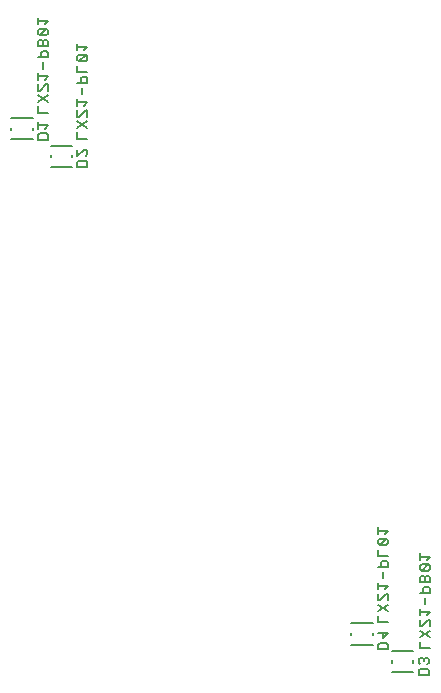
<source format=gbo>
G75*
%MOIN*%
%OFA0B0*%
%FSLAX25Y25*%
%IPPOS*%
%LPD*%
%AMOC8*
5,1,8,0,0,1.08239X$1,22.5*
%
%ADD10C,0.00500*%
%ADD11C,0.00700*%
D10*
X0377303Y0349110D02*
X0384390Y0349110D01*
X0384390Y0352260D02*
X0384390Y0353047D01*
X0384390Y0356197D02*
X0377303Y0356197D01*
X0377303Y0353047D02*
X0377303Y0352260D01*
X0390819Y0347043D02*
X0397905Y0347043D01*
X0397905Y0343894D02*
X0397905Y0343106D01*
X0397905Y0339957D02*
X0390819Y0339957D01*
X0390819Y0343106D02*
X0390819Y0343894D01*
X0284122Y0508378D02*
X0277035Y0508378D01*
X0277035Y0511527D02*
X0277035Y0512315D01*
X0277035Y0515465D02*
X0284122Y0515465D01*
X0284122Y0512315D02*
X0284122Y0511527D01*
X0271000Y0517531D02*
X0263913Y0517531D01*
X0263913Y0520681D02*
X0263913Y0521468D01*
X0263913Y0524618D02*
X0271000Y0524618D01*
X0271000Y0521468D02*
X0271000Y0520681D01*
D11*
X0272807Y0521108D02*
X0272807Y0523310D01*
X0272807Y0522209D02*
X0276109Y0522209D01*
X0275009Y0521108D01*
X0275559Y0519627D02*
X0276109Y0519076D01*
X0276109Y0517425D01*
X0272807Y0517425D01*
X0272807Y0519076D01*
X0273357Y0519627D01*
X0275559Y0519627D01*
X0276109Y0526425D02*
X0272807Y0526425D01*
X0272807Y0528627D01*
X0272807Y0530108D02*
X0276109Y0532310D01*
X0276109Y0533791D02*
X0276109Y0535993D01*
X0275559Y0535993D01*
X0273357Y0533791D01*
X0272807Y0533791D01*
X0272807Y0535993D01*
X0272807Y0537474D02*
X0272807Y0539676D01*
X0272807Y0538575D02*
X0276109Y0538575D01*
X0275009Y0537474D01*
X0274458Y0541157D02*
X0274458Y0543359D01*
X0273908Y0544840D02*
X0273908Y0546492D01*
X0274458Y0547042D01*
X0275559Y0547042D01*
X0276109Y0546492D01*
X0276109Y0544840D01*
X0272807Y0544840D01*
X0272807Y0548524D02*
X0272807Y0550175D01*
X0273357Y0550725D01*
X0273908Y0550725D01*
X0274458Y0550175D01*
X0274458Y0548524D01*
X0274458Y0550175D02*
X0275009Y0550725D01*
X0275559Y0550725D01*
X0276109Y0550175D01*
X0276109Y0548524D01*
X0272807Y0548524D01*
X0273357Y0552207D02*
X0272807Y0552757D01*
X0272807Y0553858D01*
X0273357Y0554409D01*
X0275559Y0554409D01*
X0273357Y0552207D01*
X0275559Y0552207D01*
X0276109Y0552757D01*
X0276109Y0553858D01*
X0275559Y0554409D01*
X0275009Y0555890D02*
X0276109Y0556991D01*
X0272807Y0556991D01*
X0272807Y0555890D02*
X0272807Y0558092D01*
X0285929Y0549438D02*
X0285929Y0547236D01*
X0285929Y0548337D02*
X0289231Y0548337D01*
X0288131Y0547236D01*
X0288681Y0545755D02*
X0286479Y0543553D01*
X0285929Y0544104D01*
X0285929Y0545205D01*
X0286479Y0545755D01*
X0288681Y0545755D01*
X0289231Y0545205D01*
X0289231Y0544104D01*
X0288681Y0543553D01*
X0286479Y0543553D01*
X0285929Y0542072D02*
X0285929Y0539870D01*
X0289231Y0539870D01*
X0288681Y0538389D02*
X0287580Y0538389D01*
X0287030Y0537838D01*
X0287030Y0536187D01*
X0285929Y0536187D02*
X0289231Y0536187D01*
X0289231Y0537838D01*
X0288681Y0538389D01*
X0287580Y0534706D02*
X0287580Y0532504D01*
X0285929Y0531023D02*
X0285929Y0528821D01*
X0285929Y0529922D02*
X0289231Y0529922D01*
X0288131Y0528821D01*
X0288681Y0527339D02*
X0286479Y0525137D01*
X0285929Y0525137D01*
X0285929Y0527339D01*
X0288681Y0527339D02*
X0289231Y0527339D01*
X0289231Y0525137D01*
X0289231Y0523656D02*
X0285929Y0521454D01*
X0285929Y0519973D02*
X0285929Y0517771D01*
X0289231Y0517771D01*
X0288681Y0514156D02*
X0289231Y0513606D01*
X0289231Y0512505D01*
X0288681Y0511954D01*
X0288681Y0510473D02*
X0289231Y0509923D01*
X0289231Y0508271D01*
X0285929Y0508271D01*
X0285929Y0509923D01*
X0286479Y0510473D01*
X0288681Y0510473D01*
X0285929Y0511954D02*
X0288131Y0514156D01*
X0288681Y0514156D01*
X0285929Y0514156D02*
X0285929Y0511954D01*
X0289231Y0521454D02*
X0285929Y0523656D01*
X0276109Y0530108D02*
X0272807Y0532310D01*
X0386196Y0388171D02*
X0386196Y0385969D01*
X0386196Y0387070D02*
X0389499Y0387070D01*
X0388398Y0385969D01*
X0388949Y0384487D02*
X0386747Y0382285D01*
X0386196Y0382836D01*
X0386196Y0383937D01*
X0386747Y0384487D01*
X0388949Y0384487D01*
X0389499Y0383937D01*
X0389499Y0382836D01*
X0388949Y0382285D01*
X0386747Y0382285D01*
X0386196Y0380804D02*
X0386196Y0378602D01*
X0389499Y0378602D01*
X0388949Y0377121D02*
X0389499Y0376571D01*
X0389499Y0374919D01*
X0386196Y0374919D01*
X0387297Y0374919D02*
X0387297Y0376571D01*
X0387848Y0377121D01*
X0388949Y0377121D01*
X0387848Y0373438D02*
X0387848Y0371236D01*
X0386196Y0369755D02*
X0386196Y0367553D01*
X0386196Y0368654D02*
X0389499Y0368654D01*
X0388398Y0367553D01*
X0388949Y0366072D02*
X0386747Y0363870D01*
X0386196Y0363870D01*
X0386196Y0366072D01*
X0388949Y0366072D02*
X0389499Y0366072D01*
X0389499Y0363870D01*
X0389499Y0362388D02*
X0386196Y0360187D01*
X0386196Y0358705D02*
X0386196Y0356503D01*
X0389499Y0356503D01*
X0387848Y0353388D02*
X0387848Y0351187D01*
X0389499Y0352838D01*
X0386196Y0352838D01*
X0386747Y0349705D02*
X0388949Y0349705D01*
X0389499Y0349155D01*
X0389499Y0347503D01*
X0386196Y0347503D01*
X0386196Y0349155D01*
X0386747Y0349705D01*
X0389499Y0360187D02*
X0386196Y0362388D01*
X0400212Y0361101D02*
X0400212Y0358899D01*
X0400212Y0360000D02*
X0403515Y0360000D01*
X0402414Y0358899D01*
X0402964Y0357418D02*
X0400763Y0355216D01*
X0400212Y0355216D01*
X0400212Y0357418D01*
X0402964Y0357418D02*
X0403515Y0357418D01*
X0403515Y0355216D01*
X0403515Y0353735D02*
X0400212Y0351533D01*
X0400212Y0350052D02*
X0400212Y0347850D01*
X0403515Y0347850D01*
X0402464Y0344735D02*
X0401914Y0344735D01*
X0401364Y0344184D01*
X0400813Y0344735D01*
X0400263Y0344735D01*
X0399712Y0344184D01*
X0399712Y0343084D01*
X0400263Y0342533D01*
X0400263Y0341052D02*
X0402464Y0341052D01*
X0403015Y0340501D01*
X0403015Y0338850D01*
X0399712Y0338850D01*
X0399712Y0340501D01*
X0400263Y0341052D01*
X0402464Y0342533D02*
X0403015Y0343084D01*
X0403015Y0344184D01*
X0402464Y0344735D01*
X0401364Y0344184D02*
X0401364Y0343634D01*
X0403515Y0351533D02*
X0400212Y0353735D01*
X0401864Y0362583D02*
X0401864Y0364784D01*
X0401313Y0366266D02*
X0401313Y0367917D01*
X0401864Y0368468D01*
X0402964Y0368468D01*
X0403515Y0367917D01*
X0403515Y0366266D01*
X0400212Y0366266D01*
X0400212Y0369949D02*
X0400212Y0371600D01*
X0400763Y0372151D01*
X0401313Y0372151D01*
X0401864Y0371600D01*
X0401864Y0369949D01*
X0403515Y0369949D02*
X0400212Y0369949D01*
X0401864Y0371600D02*
X0402414Y0372151D01*
X0402964Y0372151D01*
X0403515Y0371600D01*
X0403515Y0369949D01*
X0402964Y0373632D02*
X0403515Y0374182D01*
X0403515Y0375283D01*
X0402964Y0375834D01*
X0400763Y0373632D01*
X0400212Y0374182D01*
X0400212Y0375283D01*
X0400763Y0375834D01*
X0402964Y0375834D01*
X0402414Y0377315D02*
X0403515Y0378416D01*
X0400212Y0378416D01*
X0400212Y0377315D02*
X0400212Y0379517D01*
X0400763Y0373632D02*
X0402964Y0373632D01*
M02*

</source>
